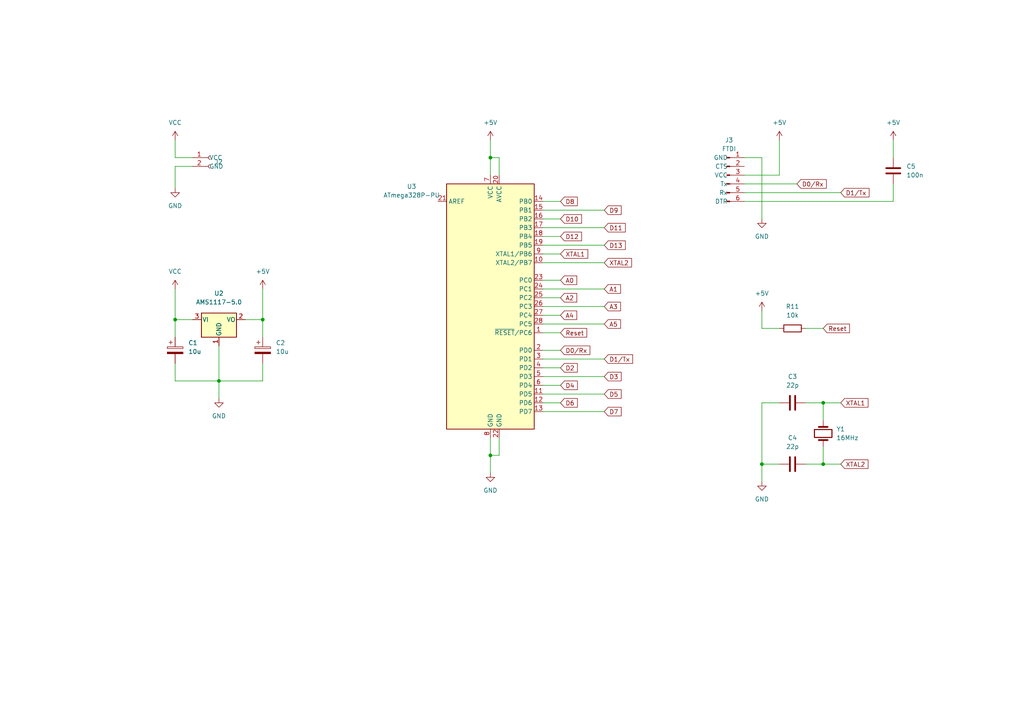
<source format=kicad_sch>
(kicad_sch (version 20211123) (generator eeschema)
  (paper "A4")
  (title_block (title "ardInclinometer-ATmega328") (date "2022-09-09") (rev "0.1"))
  (lib_symbols
    (symbol "Device:C" (pin_numbers hide) (pin_names (offset 0.254))
      (property "Reference" "C" (at 0.635 2.54 0))
      (property "Value" "C" (at 0.635 -2.54 0))
      (symbol "C_0_1"
        (polyline (pts (xy -2.032 -0.762) (xy 2.032 -0.762)) (stroke (width 0.508)))
        (polyline (pts (xy -2.032 0.762) (xy 2.032 0.762)) (stroke (width 0.508)))
      )
      (symbol "C_1_1"
        (pin passive line (at 0 3.81 270) (length 2.794) (name "~") (number "1"))
        (pin passive line (at 0 -3.81 90) (length 2.794) (name "~") (number "2"))
      )
    )
    (symbol "Device:C_Polarized" (pin_numbers hide) (pin_names (offset 0.254))
      (property "Reference" "C" (at 0.635 2.54 0))
      (property "Value" "C_Polarized" (at 0.635 -2.54 0))
      (symbol "C_Polarized_0_1"
        (rectangle (start -2.286 0.508) (end 2.286 1.016))
        (polyline (pts (xy -1.778 2.286) (xy -0.762 2.286)))
        (polyline (pts (xy -1.27 2.794) (xy -1.27 1.778)))
        (rectangle (start 2.286 -0.508) (end -2.286 -1.016) (fill (type outline)))
      )
      (symbol "C_Polarized_1_1"
        (pin passive line (at 0 3.81 270) (length 2.794) (name "~") (number "1"))
        (pin passive line (at 0 -3.81 90) (length 2.794) (name "~") (number "2"))
      )
    )
    (symbol "Device:Crystal" (pin_numbers hide) (pin_names (offset 1.016) hide)
      (property "Reference" "Y" (at 0 3.81 0))
      (property "Value" "Crystal" (at 0 -3.81 0))
      (symbol "Crystal_0_1"
        (rectangle (start -1.143 2.54) (end 1.143 -2.54) (stroke (width 0.3048)))
        (polyline (pts (xy -2.54 0) (xy -1.905 0)))
        (polyline (pts (xy -1.905 -1.27) (xy -1.905 1.27)) (stroke (width 0.508)))
        (polyline (pts (xy 1.905 -1.27) (xy 1.905 1.27)) (stroke (width 0.508)))
        (polyline (pts (xy 2.54 0) (xy 1.905 0)))
      )
      (symbol "Crystal_1_1"
        (pin passive line (at -3.81 0 0) (length 1.27) (name "1") (number "1"))
        (pin passive line (at 3.81 0 180) (length 1.27) (name "2") (number "2"))
      )
    )
    (symbol "Device:R" (pin_numbers hide) (pin_names (offset 0))
      (property "Reference" "R" (at 2.032 0 90))
      (property "Value" "R" (at 0 0 90))
      (symbol "R_0_1"
        (rectangle (start -1.016 -2.54) (end 1.016 2.54) (stroke (width 0.254)))
      )
      (symbol "R_1_1"
        (pin passive line (at 0 3.81 270) (length 1.27) (name "~") (number "1"))
        (pin passive line (at 0 -3.81 90) (length 1.27) (name "~") (number "2"))
      )
    )
    (symbol "My_Headers:2-pin_power_input_header" (pin_names (offset 1.016))
      (property "Reference" "J" (at 0 2.54 0))
      (symbol "2-pin_power_input_header_1_1"
        (arc (start 0 -2.032) (mid -0.508 -2.54) (end 0 -3.048) (stroke (width 0.1524)))
        (polyline (pts (xy -1.27 -2.54) (xy -0.508 -2.54)) (stroke (width 0.1524)))
        (polyline (pts (xy -1.27 0) (xy -0.508 0)) (stroke (width 0.1524)))
        (arc (start 0 0.508) (mid -0.508 0) (end 0 -0.508) (stroke (width 0.1524)))
        (pin power_out line (at -5.08 0 0) (length 3.81) (name "VCC") (number "1"))
        (pin power_out line (at -5.08 -2.54 0) (length 3.81) (name "GND") (number "2"))
      )
    )
    (symbol "My_Headers:6-pin_FTDI_header" (pin_names (offset 1.016))
      (property "Reference" "J" (at 0 7.62 0))
      (property "Value" "6-pin_FTDI_header" (at 0 -10.16 0))
      (symbol "6-pin_FTDI_header_1_1"
        (polyline (pts (xy 1.27 -7.62) (xy 0.8636 -7.62)) (stroke (width 0.1524)))
        (polyline (pts (xy 1.27 -5.08) (xy 0.8636 -5.08)) (stroke (width 0.1524)))
        (polyline (pts (xy 1.27 -2.54) (xy 0.8636 -2.54)) (stroke (width 0.1524)))
        (polyline (pts (xy 1.27 0) (xy 0.8636 0)) (stroke (width 0.1524)))
        (polyline (pts (xy 1.27 2.54) (xy 0.8636 2.54)) (stroke (width 0.1524)))
        (polyline (pts (xy 1.27 5.08) (xy 0.8636 5.08)) (stroke (width 0.1524)))
        (rectangle (start 0.8636 -7.493) (end 0 -7.747) (stroke (width 0.1524)) (fill (type outline)))
        (rectangle (start 0.8636 -4.953) (end 0 -5.207) (stroke (width 0.1524)) (fill (type outline)))
        (rectangle (start 0.8636 -2.413) (end 0 -2.667) (stroke (width 0.1524)) (fill (type outline)))
        (rectangle (start 0.8636 0.127) (end 0 -0.127) (stroke (width 0.1524)) (fill (type outline)))
        (rectangle (start 0.8636 2.667) (end 0 2.413) (stroke (width 0.1524)) (fill (type outline)))
        (rectangle (start 0.8636 5.207) (end 0 4.953) (stroke (width 0.1524)) (fill (type outline)))
        (pin passive line (at 5.08 5.08 180) (length 3.81) (name "GND") (number "1"))
        (pin passive line (at 5.08 2.54 180) (length 3.81) (name "CTS") (number "2"))
        (pin passive line (at 5.08 0 180) (length 3.81) (name "VCC") (number "3"))
        (pin passive line (at 5.08 -2.54 180) (length 3.81) (name "Tx") (number "4"))
        (pin passive line (at 5.08 -5.08 180) (length 3.81) (name "Rx") (number "5"))
        (pin passive line (at 5.08 -7.62 180) (length 3.81) (name "DTR") (number "6"))
      )
    )
    (symbol "My_Misc:ATmega328P-PU"
      (property "Reference" "U" (at -12.7 36.83 0))
      (property "Value" "ATmega328P-PU" (at 7.62 -36.83 0))
      (symbol "ATmega328P-PU_0_1"
        (rectangle (start -12.7 -35.56) (end 12.7 35.56) (stroke (width 0.254)) (fill (type background)))
      )
      (symbol "ATmega328P-PU_1_1"
        (pin bidirectional line (at 15.24 -7.62 180) (length 2.54) (name "~{RESET}/PC6") (number "1"))
        (pin bidirectional line (at 15.24 12.7 180) (length 2.54) (name "XTAL2/PB7") (number "10"))
        (pin bidirectional line (at 15.24 -25.4 180) (length 2.54) (name "PD5") (number "11"))
        (pin bidirectional line (at 15.24 -27.94 180) (length 2.54) (name "PD6") (number "12"))
        (pin bidirectional line (at 15.24 -30.48 180) (length 2.54) (name "PD7") (number "13"))
        (pin bidirectional line (at 15.24 30.48 180) (length 2.54) (name "PB0") (number "14"))
        (pin bidirectional line (at 15.24 27.94 180) (length 2.54) (name "PB1") (number "15"))
        (pin bidirectional line (at 15.24 25.4 180) (length 2.54) (name "PB2") (number "16"))
        (pin bidirectional line (at 15.24 22.86 180) (length 2.54) (name "PB3") (number "17"))
        (pin bidirectional line (at 15.24 20.32 180) (length 2.54) (name "PB4") (number "18"))
        (pin bidirectional line (at 15.24 17.78 180) (length 2.54) (name "PB5") (number "19"))
        (pin bidirectional line (at 15.24 -12.7 180) (length 2.54) (name "PD0") (number "2"))
        (pin power_in line (at 2.54 38.1 270) (length 2.54) (name "AVCC") (number "20"))
        (pin passive line (at -15.24 30.48 0) (length 2.54) (name "AREF") (number "21"))
        (pin passive line (at 0 -38.1 90) (length 2.54) hide (name "GND") (number "22"))
        (pin power_in line (at 2.54 -38.1 90) (length 2.54) (name "GND") (number "22"))
        (pin bidirectional line (at 15.24 7.62 180) (length 2.54) (name "PC0") (number "23"))
        (pin bidirectional line (at 15.24 5.08 180) (length 2.54) (name "PC1") (number "24"))
        (pin bidirectional line (at 15.24 2.54 180) (length 2.54) (name "PC2") (number "25"))
        (pin bidirectional line (at 15.24 0 180) (length 2.54) (name "PC3") (number "26"))
        (pin bidirectional line (at 15.24 -2.54 180) (length 2.54) (name "PC4") (number "27"))
        (pin bidirectional line (at 15.24 -5.08 180) (length 2.54) (name "PC5") (number "28"))
        (pin bidirectional line (at 15.24 -15.24 180) (length 2.54) (name "PD1") (number "3"))
        (pin bidirectional line (at 15.24 -17.78 180) (length 2.54) (name "PD2") (number "4"))
        (pin bidirectional line (at 15.24 -20.32 180) (length 2.54) (name "PD3") (number "5"))
        (pin bidirectional line (at 15.24 -22.86 180) (length 2.54) (name "PD4") (number "6"))
        (pin power_in line (at 0 38.1 270) (length 2.54) (name "VCC") (number "7"))
        (pin power_in line (at 0 -38.1 90) (length 2.54) (name "GND") (number "8"))
        (pin bidirectional line (at 15.24 15.24 180) (length 2.54) (name "XTAL1/PB6") (number "9"))
      )
    )
    (symbol "Regulator_Linear:AMS1117-5.0" (pin_names (offset 0.254))
      (property "Reference" "U" (at -3.81 3.175 0))
      (property "Value" "AMS1117-5.0" (at 0 3.175 0))
      (symbol "AMS1117-5.0_0_1"
        (rectangle (start -5.08 -5.08) (end 5.08 1.905) (stroke (width 0.254)) (fill (type background)))
      )
      (symbol "AMS1117-5.0_1_1"
        (pin power_in line (at 0 -7.62 90) (length 2.54) (name "GND") (number "1"))
        (pin power_out line (at 7.62 0 180) (length 2.54) (name "VO") (number "2"))
        (pin power_in line (at -7.62 0 0) (length 2.54) (name "VI") (number "3"))
      )
    )
    (symbol "power:+5V" (power) (pin_names (offset 0))
      (property "Value" "+5V" (at 0 3.556 0))
      (symbol "+5V_0_1"
        (polyline (pts (xy -0.762 1.27) (xy 0 2.54)))
        (polyline (pts (xy 0 0) (xy 0 2.54)))
        (polyline (pts (xy 0 2.54) (xy 0.762 1.27)))
      )
      (symbol "+5V_1_1"
        (pin power_in line (at 0 0 90) (length 0) hide (name "+5V") (number "1"))
      )
    )
    (symbol "power:GND" (power) (pin_names (offset 0))
      (property "Value" "GND" (at 0 -3.81 0))
      (symbol "GND_0_1"
        (polyline (pts (xy 0 0) (xy 0 -1.27) (xy 1.27 -1.27) (xy 0 -2.54) (xy -1.27 -1.27) (xy 0 -1.27)))
      )
      (symbol "GND_1_1"
        (pin power_in line (at 0 0 270) (length 0) hide (name "GND") (number "1"))
      )
    )
    (symbol "power:VCC" (power) (pin_names (offset 0))
      (property "Value" "VCC" (at 0 3.81 0))
      (symbol "VCC_0_1"
        (polyline (pts (xy -0.762 1.27) (xy 0 2.54)))
        (polyline (pts (xy 0 0) (xy 0 2.54)))
        (polyline (pts (xy 0 2.54) (xy 0.762 1.27)))
      )
      (symbol "VCC_1_1"
        (pin power_in line (at 0 0 90) (length 0) hide (name "VCC") (number "1"))
      )
    )
  )
  (junction (at 220.98 134.62))
  (junction (at 238.76 134.62))
  (junction (at 50.8 92.71))
  (junction (at 142.24 45.72))
  (junction (at 238.76 116.84))
  (junction (at 63.5 110.49))
  (junction (at 76.2 92.71))
  (junction (at 142.24 132.08))
  (wire (pts (xy 63.5 110.49) (xy 50.8 110.49)))
  (wire (pts (xy 238.76 116.84) (xy 233.68 116.84)))
  (wire (pts (xy 215.9 45.72) (xy 220.98 45.72)))
  (wire (pts (xy 157.48 63.5) (xy 162.56 63.5)))
  (wire (pts (xy 63.5 100.33) (xy 63.5 110.49)))
  (wire (pts (xy 226.06 95.25) (xy 220.98 95.25)))
  (wire (pts (xy 157.48 86.36) (xy 162.56 86.36)))
  (wire (pts (xy 157.48 83.82) (xy 175.26 83.82)))
  (wire (pts (xy 226.06 116.84) (xy 220.98 116.84)))
  (wire (pts (xy 157.48 81.28) (xy 162.56 81.28)))
  (wire (pts (xy 144.78 50.8) (xy 144.78 45.72)))
  (wire (pts (xy 157.48 106.68) (xy 162.56 106.68)))
  (wire (pts (xy 157.48 71.12) (xy 175.26 71.12)))
  (wire (pts (xy 220.98 45.72) (xy 220.98 63.5)))
  (wire (pts (xy 220.98 116.84) (xy 220.98 134.62)))
  (wire (pts (xy 157.48 104.14) (xy 175.26 104.14)))
  (wire (pts (xy 238.76 121.92) (xy 238.76 116.84)))
  (wire (pts (xy 157.48 111.76) (xy 162.56 111.76)))
  (wire (pts (xy 238.76 134.62) (xy 243.84 134.62)))
  (wire (pts (xy 142.24 40.64) (xy 142.24 45.72)))
  (wire (pts (xy 157.48 109.22) (xy 175.26 109.22)))
  (wire (pts (xy 142.24 127) (xy 142.24 132.08)))
  (wire (pts (xy 238.76 134.62) (xy 233.68 134.62)))
  (wire (pts (xy 144.78 132.08) (xy 142.24 132.08)))
  (wire (pts (xy 144.78 45.72) (xy 142.24 45.72)))
  (wire (pts (xy 50.8 92.71) (xy 55.88 92.71)))
  (wire (pts (xy 259.08 40.64) (xy 259.08 45.72)))
  (wire (pts (xy 157.48 58.42) (xy 162.56 58.42)))
  (wire (pts (xy 157.48 76.2) (xy 175.26 76.2)))
  (wire (pts (xy 157.48 68.58) (xy 162.56 68.58)))
  (wire (pts (xy 76.2 105.41) (xy 76.2 110.49)))
  (wire (pts (xy 142.24 45.72) (xy 142.24 50.8)))
  (wire (pts (xy 157.48 114.3) (xy 175.26 114.3)))
  (wire (pts (xy 76.2 110.49) (xy 63.5 110.49)))
  (wire (pts (xy 215.9 55.88) (xy 243.84 55.88)))
  (wire (pts (xy 259.08 53.34) (xy 259.08 58.42)))
  (wire (pts (xy 157.48 93.98) (xy 175.26 93.98)))
  (wire (pts (xy 238.76 116.84) (xy 243.84 116.84)))
  (wire (pts (xy 50.8 97.79) (xy 50.8 92.71)))
  (wire (pts (xy 220.98 134.62) (xy 220.98 139.7)))
  (wire (pts (xy 220.98 95.25) (xy 220.98 90.17)))
  (wire (pts (xy 157.48 119.38) (xy 175.26 119.38)))
  (wire (pts (xy 50.8 45.72) (xy 50.8 40.64)))
  (wire (pts (xy 238.76 129.54) (xy 238.76 134.62)))
  (wire (pts (xy 215.9 53.34) (xy 231.14 53.34)))
  (wire (pts (xy 259.08 58.42) (xy 215.9 58.42)))
  (wire (pts (xy 233.68 95.25) (xy 238.76 95.25)))
  (wire (pts (xy 157.48 96.52) (xy 162.56 96.52)))
  (wire (pts (xy 76.2 83.82) (xy 76.2 92.71)))
  (wire (pts (xy 157.48 116.84) (xy 162.56 116.84)))
  (wire (pts (xy 142.24 132.08) (xy 142.24 137.16)))
  (wire (pts (xy 157.48 73.66) (xy 162.56 73.66)))
  (wire (pts (xy 144.78 127) (xy 144.78 132.08)))
  (wire (pts (xy 50.8 83.82) (xy 50.8 92.71)))
  (wire (pts (xy 215.9 50.8) (xy 226.06 50.8)))
  (wire (pts (xy 157.48 60.96) (xy 175.26 60.96)))
  (wire (pts (xy 55.88 45.72) (xy 50.8 45.72)))
  (wire (pts (xy 157.48 66.04) (xy 175.26 66.04)))
  (wire (pts (xy 50.8 110.49) (xy 50.8 105.41)))
  (wire (pts (xy 76.2 92.71) (xy 76.2 97.79)))
  (wire (pts (xy 50.8 48.26) (xy 50.8 54.61)))
  (wire (pts (xy 157.48 91.44) (xy 162.56 91.44)))
  (wire (pts (xy 63.5 110.49) (xy 63.5 115.57)))
  (wire (pts (xy 220.98 134.62) (xy 226.06 134.62)))
  (wire (pts (xy 55.88 48.26) (xy 50.8 48.26)))
  (wire (pts (xy 157.48 101.6) (xy 162.56 101.6)))
  (wire (pts (xy 71.12 92.71) (xy 76.2 92.71)))
  (wire (pts (xy 226.06 50.8) (xy 226.06 40.64)))
  (wire (pts (xy 157.48 88.9) (xy 175.26 88.9)))
  (global_label "XTAL1" (shape input) (at 162.56 73.66 0) (property "Intersheet References" "${INTERSHEET_REFS}" (effects hide)))
  (global_label "A0" (shape input) (at 162.56 81.28 0) (property "Intersheet References" "${INTERSHEET_REFS}" (effects hide)))
  (global_label "Reset" (shape input) (at 162.56 96.52 0) (property "Intersheet References" "${INTERSHEET_REFS}" (effects hide)))
  (global_label "A2" (shape input) (at 162.56 86.36 0) (property "Intersheet References" "${INTERSHEET_REFS}" (effects hide)))
  (global_label "D1{slash}Tx" (shape input) (at 243.84 55.88 0) (property "Intersheet References" "${INTERSHEET_REFS}" (effects hide)))
  (global_label "Reset" (shape input) (at 238.76 95.25 0) (property "Intersheet References" "${INTERSHEET_REFS}" (effects hide)))
  (global_label "D9" (shape input) (at 175.26 60.96 0) (property "Intersheet References" "${INTERSHEET_REFS}" (effects hide)))
  (global_label "D5" (shape input) (at 175.26 114.3 0) (property "Intersheet References" "${INTERSHEET_REFS}" (effects hide)))
  (global_label "A3" (shape input) (at 175.26 88.9 0) (property "Intersheet References" "${INTERSHEET_REFS}" (effects hide)))
  (global_label "D2" (shape input) (at 162.56 106.68 0) (property "Intersheet References" "${INTERSHEET_REFS}" (effects hide)))
  (global_label "D4" (shape input) (at 162.56 111.76 0) (property "Intersheet References" "${INTERSHEET_REFS}" (effects hide)))
  (global_label "D13" (shape input) (at 175.26 71.12 0) (property "Intersheet References" "${INTERSHEET_REFS}" (effects hide)))
  (global_label "A5" (shape input) (at 175.26 93.98 0) (property "Intersheet References" "${INTERSHEET_REFS}" (effects hide)))
  (global_label "D7" (shape input) (at 175.26 119.38 0) (property "Intersheet References" "${INTERSHEET_REFS}" (effects hide)))
  (global_label "XTAL1" (shape input) (at 243.84 116.84 0) (property "Intersheet References" "${INTERSHEET_REFS}" (effects hide)))
  (global_label "A1" (shape input) (at 175.26 83.82 0) (property "Intersheet References" "${INTERSHEET_REFS}" (effects hide)))
  (global_label "D1{slash}Tx" (shape input) (at 175.26 104.14 0) (property "Intersheet References" "${INTERSHEET_REFS}" (effects hide)))
  (global_label "D11" (shape input) (at 175.26 66.04 0) (property "Intersheet References" "${INTERSHEET_REFS}" (effects hide)))
  (global_label "D0{slash}Rx" (shape input) (at 162.56 101.6 0) (property "Intersheet References" "${INTERSHEET_REFS}" (effects hide)))
  (global_label "D10" (shape input) (at 162.56 63.5 0) (property "Intersheet References" "${INTERSHEET_REFS}" (effects hide)))
  (global_label "D8" (shape input) (at 162.56 58.42 0) (property "Intersheet References" "${INTERSHEET_REFS}" (effects hide)))
  (global_label "D3" (shape input) (at 175.26 109.22 0) (property "Intersheet References" "${INTERSHEET_REFS}" (effects hide)))
  (global_label "D6" (shape input) (at 162.56 116.84 0) (property "Intersheet References" "${INTERSHEET_REFS}" (effects hide)))
  (global_label "D0{slash}Rx" (shape input) (at 231.14 53.34 0) (property "Intersheet References" "${INTERSHEET_REFS}" (effects hide)))
  (global_label "A4" (shape input) (at 162.56 91.44 0) (property "Intersheet References" "${INTERSHEET_REFS}" (effects hide)))
  (global_label "XTAL2" (shape input) (at 175.26 76.2 0) (property "Intersheet References" "${INTERSHEET_REFS}" (effects hide)))
  (global_label "D12" (shape input) (at 162.56 68.58 0) (property "Intersheet References" "${INTERSHEET_REFS}" (effects hide)))
  (global_label "XTAL2" (shape input) (at 243.84 134.62 0) (property "Intersheet References" "${INTERSHEET_REFS}" (effects hide)))
  (symbol (lib_id "My_Misc:ATmega328P-PU") (at 142.24 88.9 0) (unit 1)
    (property "Reference" "U3" (at 119.38 54.0893 0))
    (property "Value" "ATmega328P-PU" (at 119.38 56.6293 0))
    (property "Footprint" "My_Misc:DIP-28_W7.62mm_LongPads w socket" (effects hide))
    (property "Datasheet" "http://ww1.microchip.com/downloads/en/DeviceDoc/ATmega328_P%20AVR%20MCU%20with%20picoPower%20Technology%20Data%20Sheet%2040001984A.pdf" (effects hide))
  )
  (symbol (lib_id "power:VCC") (at 50.8 40.64 0) (unit 1)
    (property "Reference" "#PWR08" (effects hide))
    (property "Value" "VCC" (at 50.8 35.56 0))
  )
  (symbol (lib_id "Regulator_Linear:AMS1117-5.0") (at 63.5 92.71 0) (unit 1)
    (property "Reference" "U2" (at 63.5 85.09 0))
    (property "Value" "AMS1117-5.0" (at 63.5 87.63 0))
    (property "Footprint" "Package_TO_SOT_SMD:SOT-223-3_TabPin2" (effects hide))
    (property "Datasheet" "http://www.advanced-monolithic.com/pdf/ds1117.pdf" (effects hide))
  )
  (symbol (lib_id "My_Headers:6-pin_FTDI_header") (at 210.82 50.8 0) (unit 1)
    (property "Reference" "J3" (at 211.455 40.64 0))
    (property "Value" "FTDI" (at 211.455 43.18 0))
    (property "Footprint" "My_Headers:6-pin FTDI Programmer PinSocket large" (effects hide))
  )
  (symbol (lib_id "Device:R") (at 229.87 95.25 90) (unit 1)
    (property "Reference" "R11" (at 229.87 88.9 90))
    (property "Value" "10k" (at 229.87 91.44 90))
    (property "Footprint" "My_Misc:R_Axial_DIN0207_L6.3mm_D2.5mm_P10.16mm_Horizontal_larger_pads" (effects hide))
  )
  (symbol (lib_id "Device:C_Polarized") (at 50.8 101.6 0) (unit 1)
    (property "Reference" "C1" (at 54.61 99.4409 0) (effects (justify left)))
    (property "Value" "10u" (at 54.61 101.9809 0) (effects (justify left)))
    (property "Footprint" "My_Misc:CP_Radial_D5.0mm_P2.00mm_larger" (effects hide))
  )
  (symbol (lib_id "Device:C") (at 229.87 116.84 90) (unit 1)
    (property "Reference" "C3" (at 229.87 109.22 90))
    (property "Value" "22p" (at 229.87 111.76 90))
    (property "Footprint" "My_Misc:C_Disc_D3.0mm_W1.6mm_P2.50mm_larg" (effects hide))
  )
  (symbol (lib_id "power:+5V") (at 226.06 40.64 0) (unit 1)
    (property "Reference" "#PWR018" (effects hide))
    (property "Value" "+5V" (at 226.06 35.56 0))
  )
  (symbol (lib_id "Device:C") (at 229.87 134.62 90) (unit 1)
    (property "Reference" "C4" (at 229.87 127 90))
    (property "Value" "22p" (at 229.87 129.54 90))
    (property "Footprint" "My_Misc:C_Disc_D3.0mm_W1.6mm_P2.50mm_larg" (effects hide))
  )
  (symbol (lib_id "Device:C") (at 259.08 49.53 180) (unit 1)
    (property "Reference" "C5" (at 262.89 48.2599 0) (effects (justify right)))
    (property "Value" "100n" (at 262.89 50.7999 0) (effects (justify right)))
    (property "Footprint" "My_Misc:C_Disc_D3.0mm_W1.6mm_P2.50mm_larg" (effects hide))
  )
  (symbol (lib_id "power:GND") (at 63.5 115.57 0) (unit 1)
    (property "Reference" "#PWR011" (effects hide))
    (property "Value" "GND" (at 63.5 120.65 0))
  )
  (symbol (lib_id "power:VCC") (at 50.8 83.82 0) (unit 1)
    (property "Reference" "#PWR010" (effects hide))
    (property "Value" "VCC" (at 50.8 78.74 0))
  )
  (symbol (lib_id "power:GND") (at 50.8 54.61 0) (unit 1)
    (property "Reference" "#PWR09" (effects hide))
    (property "Value" "GND" (at 50.8 59.69 0))
  )
  (symbol (lib_id "Device:C_Polarized") (at 76.2 101.6 0) (unit 1)
    (property "Reference" "C2" (at 80.01 99.4409 0) (effects (justify left)))
    (property "Value" "10u" (at 80.01 101.9809 0) (effects (justify left)))
    (property "Footprint" "My_Misc:CP_Radial_D5.0mm_P2.00mm_larger" (effects hide))
  )
  (symbol (lib_id "My_Headers:2-pin_power_input_header") (at 60.96 45.72 0) (unit 1)
    (property "Reference" "J2" (at 62.23 46.9899 0) (effects (justify left)))
    (property "Value" "Power in" (effects hide))
    (property "Footprint" "My_Headers:2-pin_power_input_header_larger_pads" (effects hide))
  )
  (symbol (lib_id "power:+5V") (at 142.24 40.64 0) (unit 1)
    (property "Reference" "#PWR013" (effects hide))
    (property "Value" "+5V" (at 142.24 35.56 0))
  )
  (symbol (lib_id "power:+5V") (at 220.98 90.17 0) (unit 1)
    (property "Reference" "#PWR016" (effects hide))
    (property "Value" "+5V" (at 220.98 85.09 0))
  )
  (symbol (lib_id "power:+5V") (at 259.08 40.64 0) (unit 1)
    (property "Reference" "#PWR019" (effects hide))
    (property "Value" "+5V" (at 259.08 35.56 0))
  )
  (symbol (lib_id "power:GND") (at 220.98 139.7 0) (unit 1)
    (property "Reference" "#PWR017" (effects hide))
    (property "Value" "GND" (at 220.98 144.78 0))
  )
  (symbol (lib_id "power:+5V") (at 76.2 83.82 0) (unit 1)
    (property "Reference" "#PWR012" (effects hide))
    (property "Value" "+5V" (at 76.2 78.74 0))
  )
  (symbol (lib_id "power:GND") (at 220.98 63.5 0) (unit 1)
    (property "Reference" "#PWR015" (effects hide))
    (property "Value" "GND" (at 220.98 68.58 0))
  )
  (symbol (lib_id "power:GND") (at 142.24 137.16 0) (unit 1)
    (property "Reference" "#PWR014" (effects hide))
    (property "Value" "GND" (at 142.24 142.24 0))
  )
  (symbol (lib_id "Device:Crystal") (at 238.76 125.73 90) (unit 1)
    (property "Reference" "Y1" (at 242.57 124.4599 90) (effects (justify right)))
    (property "Value" "16MHz" (at 242.57 126.9999 90) (effects (justify right)))
    (property "Footprint" "My_Misc:Crystal_HC49-4H_Vertical_large" (effects hide))
  )
)
</source>
